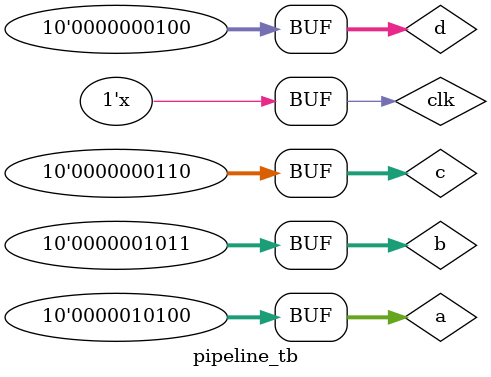
<source format=v>
module pipeline_3(a,b,c,d,f,clk);
parameter n=10;
input [n-1:0]a,b,c,d;
input clk;
output [n-1:0]f;
reg [n-1:0]LP12_x1,LP12_x2,LP12_d,LP23_x3,LP23_d,LP34_f;
assign f=LP34_f;

always @(posedge clk)
begin
LP12_x1<= #4 a+b;
LP12_x2<= #4 c-d;
LP12_d=d;

LP23_d<=LP12_d;
LP23_x3<= #4 LP12_x1+LP12_x2;

LP34_f<= #6 LP23_d*LP23_x3;

end 
endmodule

module pipeline_tb();
parameter n=10;
reg [n-1:0]a,b,c,d;
reg clk;
wire [n-1:0]f;

pipeline_3 dut(a,b,c,d,f,clk);
initial clk=1'b0;
always #10 clk=~clk;

initial begin
#5; a=10; b=10;c=6;d=3; //f=69
#20; a=5;b=5;c=5;d=3; // f=36
#20; a=20;b=11;c=6;d=4; // f=132
end
initial $monitor("f=%0d",f);
endmodule

</source>
